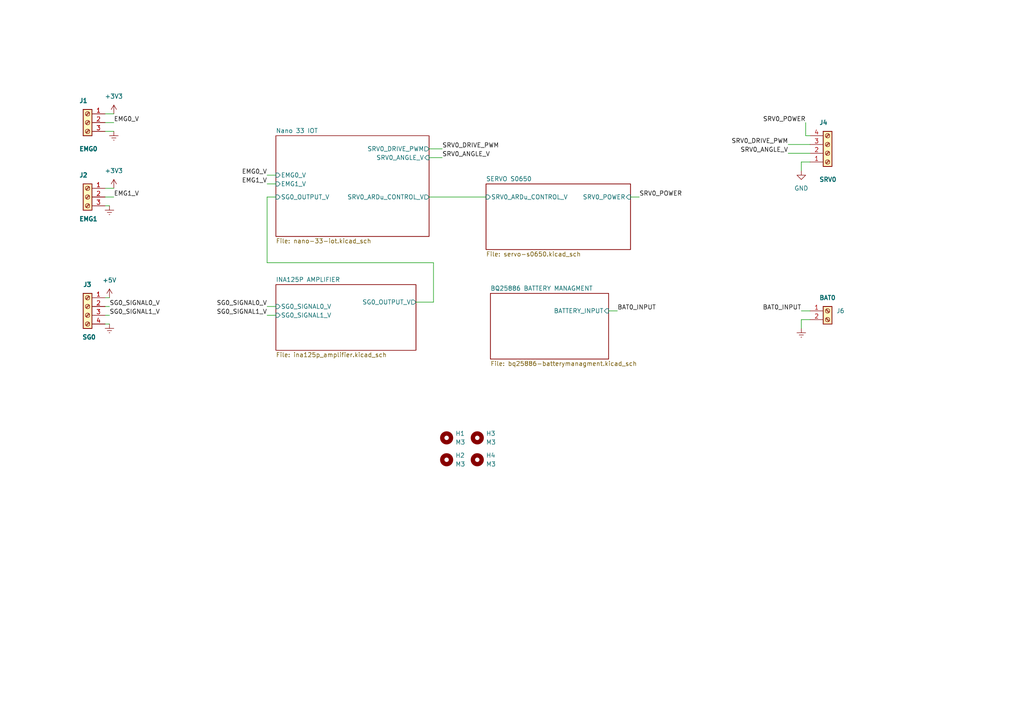
<source format=kicad_sch>
(kicad_sch (version 20211123) (generator eeschema)

  (uuid f336803f-160c-40c2-afff-d0feb47e556e)

  (paper "A4")

  (title_block
    (title "EDUEXO custom PCB")
    (date "2023-03-28")
    (rev "V1")
    (company "CBPR")
    (comment 1 "Mohammed Al-Tashi")
    (comment 2 "<mohammedaltashi770@gmail.com>")
  )

  (lib_symbols
    (symbol "Connector:Screw_Terminal_01x02" (pin_names (offset 1.016) hide) (in_bom yes) (on_board yes)
      (property "Reference" "J" (id 0) (at 0 2.54 0)
        (effects (font (size 1.27 1.27)))
      )
      (property "Value" "Screw_Terminal_01x02" (id 1) (at 0 -5.08 0)
        (effects (font (size 1.27 1.27)))
      )
      (property "Footprint" "" (id 2) (at 0 0 0)
        (effects (font (size 1.27 1.27)) hide)
      )
      (property "Datasheet" "~" (id 3) (at 0 0 0)
        (effects (font (size 1.27 1.27)) hide)
      )
      (property "ki_keywords" "screw terminal" (id 4) (at 0 0 0)
        (effects (font (size 1.27 1.27)) hide)
      )
      (property "ki_description" "Generic screw terminal, single row, 01x02, script generated (kicad-library-utils/schlib/autogen/connector/)" (id 5) (at 0 0 0)
        (effects (font (size 1.27 1.27)) hide)
      )
      (property "ki_fp_filters" "TerminalBlock*:*" (id 6) (at 0 0 0)
        (effects (font (size 1.27 1.27)) hide)
      )
      (symbol "Screw_Terminal_01x02_1_1"
        (rectangle (start -1.27 1.27) (end 1.27 -3.81)
          (stroke (width 0.254) (type default) (color 0 0 0 0))
          (fill (type background))
        )
        (circle (center 0 -2.54) (radius 0.635)
          (stroke (width 0.1524) (type default) (color 0 0 0 0))
          (fill (type none))
        )
        (polyline
          (pts
            (xy -0.5334 -2.2098)
            (xy 0.3302 -3.048)
          )
          (stroke (width 0.1524) (type default) (color 0 0 0 0))
          (fill (type none))
        )
        (polyline
          (pts
            (xy -0.5334 0.3302)
            (xy 0.3302 -0.508)
          )
          (stroke (width 0.1524) (type default) (color 0 0 0 0))
          (fill (type none))
        )
        (polyline
          (pts
            (xy -0.3556 -2.032)
            (xy 0.508 -2.8702)
          )
          (stroke (width 0.1524) (type default) (color 0 0 0 0))
          (fill (type none))
        )
        (polyline
          (pts
            (xy -0.3556 0.508)
            (xy 0.508 -0.3302)
          )
          (stroke (width 0.1524) (type default) (color 0 0 0 0))
          (fill (type none))
        )
        (circle (center 0 0) (radius 0.635)
          (stroke (width 0.1524) (type default) (color 0 0 0 0))
          (fill (type none))
        )
        (pin passive line (at -5.08 0 0) (length 3.81)
          (name "Pin_1" (effects (font (size 1.27 1.27))))
          (number "1" (effects (font (size 1.27 1.27))))
        )
        (pin passive line (at -5.08 -2.54 0) (length 3.81)
          (name "Pin_2" (effects (font (size 1.27 1.27))))
          (number "2" (effects (font (size 1.27 1.27))))
        )
      )
    )
    (symbol "Connector:Screw_Terminal_01x03" (pin_names (offset 1.016) hide) (in_bom yes) (on_board yes)
      (property "Reference" "J" (id 0) (at 0 5.08 0)
        (effects (font (size 1.27 1.27)))
      )
      (property "Value" "Screw_Terminal_01x03" (id 1) (at 0 -5.08 0)
        (effects (font (size 1.27 1.27)))
      )
      (property "Footprint" "" (id 2) (at 0 0 0)
        (effects (font (size 1.27 1.27)) hide)
      )
      (property "Datasheet" "~" (id 3) (at 0 0 0)
        (effects (font (size 1.27 1.27)) hide)
      )
      (property "ki_keywords" "screw terminal" (id 4) (at 0 0 0)
        (effects (font (size 1.27 1.27)) hide)
      )
      (property "ki_description" "Generic screw terminal, single row, 01x03, script generated (kicad-library-utils/schlib/autogen/connector/)" (id 5) (at 0 0 0)
        (effects (font (size 1.27 1.27)) hide)
      )
      (property "ki_fp_filters" "TerminalBlock*:*" (id 6) (at 0 0 0)
        (effects (font (size 1.27 1.27)) hide)
      )
      (symbol "Screw_Terminal_01x03_1_1"
        (rectangle (start -1.27 3.81) (end 1.27 -3.81)
          (stroke (width 0.254) (type default) (color 0 0 0 0))
          (fill (type background))
        )
        (circle (center 0 -2.54) (radius 0.635)
          (stroke (width 0.1524) (type default) (color 0 0 0 0))
          (fill (type none))
        )
        (polyline
          (pts
            (xy -0.5334 -2.2098)
            (xy 0.3302 -3.048)
          )
          (stroke (width 0.1524) (type default) (color 0 0 0 0))
          (fill (type none))
        )
        (polyline
          (pts
            (xy -0.5334 0.3302)
            (xy 0.3302 -0.508)
          )
          (stroke (width 0.1524) (type default) (color 0 0 0 0))
          (fill (type none))
        )
        (polyline
          (pts
            (xy -0.5334 2.8702)
            (xy 0.3302 2.032)
          )
          (stroke (width 0.1524) (type default) (color 0 0 0 0))
          (fill (type none))
        )
        (polyline
          (pts
            (xy -0.3556 -2.032)
            (xy 0.508 -2.8702)
          )
          (stroke (width 0.1524) (type default) (color 0 0 0 0))
          (fill (type none))
        )
        (polyline
          (pts
            (xy -0.3556 0.508)
            (xy 0.508 -0.3302)
          )
          (stroke (width 0.1524) (type default) (color 0 0 0 0))
          (fill (type none))
        )
        (polyline
          (pts
            (xy -0.3556 3.048)
            (xy 0.508 2.2098)
          )
          (stroke (width 0.1524) (type default) (color 0 0 0 0))
          (fill (type none))
        )
        (circle (center 0 0) (radius 0.635)
          (stroke (width 0.1524) (type default) (color 0 0 0 0))
          (fill (type none))
        )
        (circle (center 0 2.54) (radius 0.635)
          (stroke (width 0.1524) (type default) (color 0 0 0 0))
          (fill (type none))
        )
        (pin passive line (at -5.08 2.54 0) (length 3.81)
          (name "Pin_1" (effects (font (size 1.27 1.27))))
          (number "1" (effects (font (size 1.27 1.27))))
        )
        (pin passive line (at -5.08 0 0) (length 3.81)
          (name "Pin_2" (effects (font (size 1.27 1.27))))
          (number "2" (effects (font (size 1.27 1.27))))
        )
        (pin passive line (at -5.08 -2.54 0) (length 3.81)
          (name "Pin_3" (effects (font (size 1.27 1.27))))
          (number "3" (effects (font (size 1.27 1.27))))
        )
      )
    )
    (symbol "Connector:Screw_Terminal_01x04" (pin_names (offset 1.016) hide) (in_bom yes) (on_board yes)
      (property "Reference" "J" (id 0) (at 0 5.08 0)
        (effects (font (size 1.27 1.27)))
      )
      (property "Value" "Screw_Terminal_01x04" (id 1) (at 0 -7.62 0)
        (effects (font (size 1.27 1.27)))
      )
      (property "Footprint" "" (id 2) (at 0 0 0)
        (effects (font (size 1.27 1.27)) hide)
      )
      (property "Datasheet" "~" (id 3) (at 0 0 0)
        (effects (font (size 1.27 1.27)) hide)
      )
      (property "ki_keywords" "screw terminal" (id 4) (at 0 0 0)
        (effects (font (size 1.27 1.27)) hide)
      )
      (property "ki_description" "Generic screw terminal, single row, 01x04, script generated (kicad-library-utils/schlib/autogen/connector/)" (id 5) (at 0 0 0)
        (effects (font (size 1.27 1.27)) hide)
      )
      (property "ki_fp_filters" "TerminalBlock*:*" (id 6) (at 0 0 0)
        (effects (font (size 1.27 1.27)) hide)
      )
      (symbol "Screw_Terminal_01x04_1_1"
        (rectangle (start -1.27 3.81) (end 1.27 -6.35)
          (stroke (width 0.254) (type default) (color 0 0 0 0))
          (fill (type background))
        )
        (circle (center 0 -5.08) (radius 0.635)
          (stroke (width 0.1524) (type default) (color 0 0 0 0))
          (fill (type none))
        )
        (circle (center 0 -2.54) (radius 0.635)
          (stroke (width 0.1524) (type default) (color 0 0 0 0))
          (fill (type none))
        )
        (polyline
          (pts
            (xy -0.5334 -4.7498)
            (xy 0.3302 -5.588)
          )
          (stroke (width 0.1524) (type default) (color 0 0 0 0))
          (fill (type none))
        )
        (polyline
          (pts
            (xy -0.5334 -2.2098)
            (xy 0.3302 -3.048)
          )
          (stroke (width 0.1524) (type default) (color 0 0 0 0))
          (fill (type none))
        )
        (polyline
          (pts
            (xy -0.5334 0.3302)
            (xy 0.3302 -0.508)
          )
          (stroke (width 0.1524) (type default) (color 0 0 0 0))
          (fill (type none))
        )
        (polyline
          (pts
            (xy -0.5334 2.8702)
            (xy 0.3302 2.032)
          )
          (stroke (width 0.1524) (type default) (color 0 0 0 0))
          (fill (type none))
        )
        (polyline
          (pts
            (xy -0.3556 -4.572)
            (xy 0.508 -5.4102)
          )
          (stroke (width 0.1524) (type default) (color 0 0 0 0))
          (fill (type none))
        )
        (polyline
          (pts
            (xy -0.3556 -2.032)
            (xy 0.508 -2.8702)
          )
          (stroke (width 0.1524) (type default) (color 0 0 0 0))
          (fill (type none))
        )
        (polyline
          (pts
            (xy -0.3556 0.508)
            (xy 0.508 -0.3302)
          )
          (stroke (width 0.1524) (type default) (color 0 0 0 0))
          (fill (type none))
        )
        (polyline
          (pts
            (xy -0.3556 3.048)
            (xy 0.508 2.2098)
          )
          (stroke (width 0.1524) (type default) (color 0 0 0 0))
          (fill (type none))
        )
        (circle (center 0 0) (radius 0.635)
          (stroke (width 0.1524) (type default) (color 0 0 0 0))
          (fill (type none))
        )
        (circle (center 0 2.54) (radius 0.635)
          (stroke (width 0.1524) (type default) (color 0 0 0 0))
          (fill (type none))
        )
        (pin passive line (at -5.08 2.54 0) (length 3.81)
          (name "Pin_1" (effects (font (size 1.27 1.27))))
          (number "1" (effects (font (size 1.27 1.27))))
        )
        (pin passive line (at -5.08 0 0) (length 3.81)
          (name "Pin_2" (effects (font (size 1.27 1.27))))
          (number "2" (effects (font (size 1.27 1.27))))
        )
        (pin passive line (at -5.08 -2.54 0) (length 3.81)
          (name "Pin_3" (effects (font (size 1.27 1.27))))
          (number "3" (effects (font (size 1.27 1.27))))
        )
        (pin passive line (at -5.08 -5.08 0) (length 3.81)
          (name "Pin_4" (effects (font (size 1.27 1.27))))
          (number "4" (effects (font (size 1.27 1.27))))
        )
      )
    )
    (symbol "Mechanical:MountingHole" (pin_names (offset 1.016)) (in_bom yes) (on_board yes)
      (property "Reference" "H" (id 0) (at 0 5.08 0)
        (effects (font (size 1.27 1.27)))
      )
      (property "Value" "MountingHole" (id 1) (at 0 3.175 0)
        (effects (font (size 1.27 1.27)))
      )
      (property "Footprint" "" (id 2) (at 0 0 0)
        (effects (font (size 1.27 1.27)) hide)
      )
      (property "Datasheet" "~" (id 3) (at 0 0 0)
        (effects (font (size 1.27 1.27)) hide)
      )
      (property "ki_keywords" "mounting hole" (id 4) (at 0 0 0)
        (effects (font (size 1.27 1.27)) hide)
      )
      (property "ki_description" "Mounting Hole without connection" (id 5) (at 0 0 0)
        (effects (font (size 1.27 1.27)) hide)
      )
      (property "ki_fp_filters" "MountingHole*" (id 6) (at 0 0 0)
        (effects (font (size 1.27 1.27)) hide)
      )
      (symbol "MountingHole_0_1"
        (circle (center 0 0) (radius 1.27)
          (stroke (width 1.27) (type default) (color 0 0 0 0))
          (fill (type none))
        )
      )
    )
    (symbol "power:+3V3" (power) (pin_names (offset 0)) (in_bom yes) (on_board yes)
      (property "Reference" "#PWR" (id 0) (at 0 -3.81 0)
        (effects (font (size 1.27 1.27)) hide)
      )
      (property "Value" "+3V3" (id 1) (at 0 3.556 0)
        (effects (font (size 1.27 1.27)))
      )
      (property "Footprint" "" (id 2) (at 0 0 0)
        (effects (font (size 1.27 1.27)) hide)
      )
      (property "Datasheet" "" (id 3) (at 0 0 0)
        (effects (font (size 1.27 1.27)) hide)
      )
      (property "ki_keywords" "power-flag" (id 4) (at 0 0 0)
        (effects (font (size 1.27 1.27)) hide)
      )
      (property "ki_description" "Power symbol creates a global label with name \"+3V3\"" (id 5) (at 0 0 0)
        (effects (font (size 1.27 1.27)) hide)
      )
      (symbol "+3V3_0_1"
        (polyline
          (pts
            (xy -0.762 1.27)
            (xy 0 2.54)
          )
          (stroke (width 0) (type default) (color 0 0 0 0))
          (fill (type none))
        )
        (polyline
          (pts
            (xy 0 0)
            (xy 0 2.54)
          )
          (stroke (width 0) (type default) (color 0 0 0 0))
          (fill (type none))
        )
        (polyline
          (pts
            (xy 0 2.54)
            (xy 0.762 1.27)
          )
          (stroke (width 0) (type default) (color 0 0 0 0))
          (fill (type none))
        )
      )
      (symbol "+3V3_1_1"
        (pin power_in line (at 0 0 90) (length 0) hide
          (name "+3V3" (effects (font (size 1.27 1.27))))
          (number "1" (effects (font (size 1.27 1.27))))
        )
      )
    )
    (symbol "power:+5V" (power) (pin_names (offset 0)) (in_bom yes) (on_board yes)
      (property "Reference" "#PWR" (id 0) (at 0 -3.81 0)
        (effects (font (size 1.27 1.27)) hide)
      )
      (property "Value" "+5V" (id 1) (at 0 3.556 0)
        (effects (font (size 1.27 1.27)))
      )
      (property "Footprint" "" (id 2) (at 0 0 0)
        (effects (font (size 1.27 1.27)) hide)
      )
      (property "Datasheet" "" (id 3) (at 0 0 0)
        (effects (font (size 1.27 1.27)) hide)
      )
      (property "ki_keywords" "power-flag" (id 4) (at 0 0 0)
        (effects (font (size 1.27 1.27)) hide)
      )
      (property "ki_description" "Power symbol creates a global label with name \"+5V\"" (id 5) (at 0 0 0)
        (effects (font (size 1.27 1.27)) hide)
      )
      (symbol "+5V_0_1"
        (polyline
          (pts
            (xy -0.762 1.27)
            (xy 0 2.54)
          )
          (stroke (width 0) (type default) (color 0 0 0 0))
          (fill (type none))
        )
        (polyline
          (pts
            (xy 0 0)
            (xy 0 2.54)
          )
          (stroke (width 0) (type default) (color 0 0 0 0))
          (fill (type none))
        )
        (polyline
          (pts
            (xy 0 2.54)
            (xy 0.762 1.27)
          )
          (stroke (width 0) (type default) (color 0 0 0 0))
          (fill (type none))
        )
      )
      (symbol "+5V_1_1"
        (pin power_in line (at 0 0 90) (length 0) hide
          (name "+5V" (effects (font (size 1.27 1.27))))
          (number "1" (effects (font (size 1.27 1.27))))
        )
      )
    )
    (symbol "power:Earth" (power) (pin_names (offset 0)) (in_bom yes) (on_board yes)
      (property "Reference" "#PWR" (id 0) (at 0 -6.35 0)
        (effects (font (size 1.27 1.27)) hide)
      )
      (property "Value" "Earth" (id 1) (at 0 -3.81 0)
        (effects (font (size 1.27 1.27)) hide)
      )
      (property "Footprint" "" (id 2) (at 0 0 0)
        (effects (font (size 1.27 1.27)) hide)
      )
      (property "Datasheet" "~" (id 3) (at 0 0 0)
        (effects (font (size 1.27 1.27)) hide)
      )
      (property "ki_keywords" "power-flag ground gnd" (id 4) (at 0 0 0)
        (effects (font (size 1.27 1.27)) hide)
      )
      (property "ki_description" "Power symbol creates a global label with name \"Earth\"" (id 5) (at 0 0 0)
        (effects (font (size 1.27 1.27)) hide)
      )
      (symbol "Earth_0_1"
        (polyline
          (pts
            (xy -0.635 -1.905)
            (xy 0.635 -1.905)
          )
          (stroke (width 0) (type default) (color 0 0 0 0))
          (fill (type none))
        )
        (polyline
          (pts
            (xy -0.127 -2.54)
            (xy 0.127 -2.54)
          )
          (stroke (width 0) (type default) (color 0 0 0 0))
          (fill (type none))
        )
        (polyline
          (pts
            (xy 0 -1.27)
            (xy 0 0)
          )
          (stroke (width 0) (type default) (color 0 0 0 0))
          (fill (type none))
        )
        (polyline
          (pts
            (xy 1.27 -1.27)
            (xy -1.27 -1.27)
          )
          (stroke (width 0) (type default) (color 0 0 0 0))
          (fill (type none))
        )
      )
      (symbol "Earth_1_1"
        (pin power_in line (at 0 0 270) (length 0) hide
          (name "Earth" (effects (font (size 1.27 1.27))))
          (number "1" (effects (font (size 1.27 1.27))))
        )
      )
    )
    (symbol "power:GND" (power) (pin_names (offset 0)) (in_bom yes) (on_board yes)
      (property "Reference" "#PWR" (id 0) (at 0 -6.35 0)
        (effects (font (size 1.27 1.27)) hide)
      )
      (property "Value" "GND" (id 1) (at 0 -3.81 0)
        (effects (font (size 1.27 1.27)))
      )
      (property "Footprint" "" (id 2) (at 0 0 0)
        (effects (font (size 1.27 1.27)) hide)
      )
      (property "Datasheet" "" (id 3) (at 0 0 0)
        (effects (font (size 1.27 1.27)) hide)
      )
      (property "ki_keywords" "power-flag" (id 4) (at 0 0 0)
        (effects (font (size 1.27 1.27)) hide)
      )
      (property "ki_description" "Power symbol creates a global label with name \"GND\" , ground" (id 5) (at 0 0 0)
        (effects (font (size 1.27 1.27)) hide)
      )
      (symbol "GND_0_1"
        (polyline
          (pts
            (xy 0 0)
            (xy 0 -1.27)
            (xy 1.27 -1.27)
            (xy 0 -2.54)
            (xy -1.27 -1.27)
            (xy 0 -1.27)
          )
          (stroke (width 0) (type default) (color 0 0 0 0))
          (fill (type none))
        )
      )
      (symbol "GND_1_1"
        (pin power_in line (at 0 0 270) (length 0) hide
          (name "GND" (effects (font (size 1.27 1.27))))
          (number "1" (effects (font (size 1.27 1.27))))
        )
      )
    )
  )


  (wire (pts (xy 31.75 93.98) (xy 30.48 93.98))
    (stroke (width 0) (type default) (color 0 0 0 0))
    (uuid 07d599d4-9d27-4578-a14e-52fe6503a2a6)
  )
  (wire (pts (xy 30.48 59.69) (xy 31.75 59.69))
    (stroke (width 0) (type default) (color 0 0 0 0))
    (uuid 0ddda2bb-53d2-4006-95a1-db9335c5d4af)
  )
  (wire (pts (xy 228.6 41.91) (xy 234.95 41.91))
    (stroke (width 0) (type default) (color 0 0 0 0))
    (uuid 13722d9d-61db-4efd-b44b-aa150065f2e6)
  )
  (wire (pts (xy 124.46 45.72) (xy 128.27 45.72))
    (stroke (width 0) (type default) (color 0 0 0 0))
    (uuid 2084cda2-70fc-4513-a123-6c02374158b4)
  )
  (wire (pts (xy 232.41 92.71) (xy 232.41 95.25))
    (stroke (width 0) (type default) (color 0 0 0 0))
    (uuid 37a6f10f-4c5e-4e28-909b-b16b641bb7ed)
  )
  (wire (pts (xy 233.68 39.37) (xy 234.95 39.37))
    (stroke (width 0) (type default) (color 0 0 0 0))
    (uuid 427f4174-a386-4c07-955c-1c370857a0b1)
  )
  (wire (pts (xy 77.47 76.2) (xy 125.73 76.2))
    (stroke (width 0) (type default) (color 0 0 0 0))
    (uuid 4f84dda7-c5bf-4b60-8a92-b1e22778d258)
  )
  (wire (pts (xy 77.47 50.8) (xy 80.01 50.8))
    (stroke (width 0) (type default) (color 0 0 0 0))
    (uuid 4fba0ba4-c71b-4a5e-94d9-37320ad6511c)
  )
  (wire (pts (xy 124.46 57.15) (xy 140.97 57.15))
    (stroke (width 0) (type default) (color 0 0 0 0))
    (uuid 571a026e-c248-4267-8010-038b74bf6584)
  )
  (wire (pts (xy 31.75 88.9) (xy 30.48 88.9))
    (stroke (width 0) (type default) (color 0 0 0 0))
    (uuid 693e29b2-95c0-4514-9725-cf9a40c3201c)
  )
  (wire (pts (xy 232.41 49.53) (xy 232.41 46.99))
    (stroke (width 0) (type default) (color 0 0 0 0))
    (uuid 755f9bdc-613d-41c8-88f3-15913ea7dbaa)
  )
  (wire (pts (xy 77.47 53.34) (xy 80.01 53.34))
    (stroke (width 0) (type default) (color 0 0 0 0))
    (uuid 7aa6e0ce-a30a-44b4-8b88-9a659a581176)
  )
  (wire (pts (xy 233.68 35.56) (xy 233.68 39.37))
    (stroke (width 0) (type default) (color 0 0 0 0))
    (uuid 80f8bb2e-5827-4b47-a6b8-3a44c7d28910)
  )
  (wire (pts (xy 234.95 92.71) (xy 232.41 92.71))
    (stroke (width 0) (type default) (color 0 0 0 0))
    (uuid 874b7fe7-576f-4688-b6a2-2758e357f96f)
  )
  (wire (pts (xy 182.88 57.15) (xy 185.42 57.15))
    (stroke (width 0) (type default) (color 0 0 0 0))
    (uuid 92e4d2ec-46e9-473a-bd64-b23d862c0711)
  )
  (wire (pts (xy 77.47 57.15) (xy 77.47 76.2))
    (stroke (width 0) (type default) (color 0 0 0 0))
    (uuid 9a1817ad-97a4-487e-bd7c-f349728c8a89)
  )
  (wire (pts (xy 228.6 44.45) (xy 234.95 44.45))
    (stroke (width 0) (type default) (color 0 0 0 0))
    (uuid 9a8f499d-8df6-4838-ae0a-68aa30b94de0)
  )
  (wire (pts (xy 80.01 57.15) (xy 77.47 57.15))
    (stroke (width 0) (type default) (color 0 0 0 0))
    (uuid 9d06fd22-23ee-4c89-91c1-3568a446e682)
  )
  (wire (pts (xy 124.46 43.18) (xy 128.27 43.18))
    (stroke (width 0) (type default) (color 0 0 0 0))
    (uuid a090b033-c25b-42bc-a7ab-5b4e521b74f0)
  )
  (wire (pts (xy 125.73 76.2) (xy 125.73 87.63))
    (stroke (width 0) (type default) (color 0 0 0 0))
    (uuid a5010e09-ca56-4546-b6c2-7b606e3f0ba7)
  )
  (wire (pts (xy 31.75 86.36) (xy 30.48 86.36))
    (stroke (width 0) (type default) (color 0 0 0 0))
    (uuid aa220e5f-4494-45da-abf4-191bcc876030)
  )
  (wire (pts (xy 33.02 57.15) (xy 30.48 57.15))
    (stroke (width 0) (type default) (color 0 0 0 0))
    (uuid ac2d8c58-ef4a-441f-a74d-fbb34d73b936)
  )
  (wire (pts (xy 77.47 88.9) (xy 80.01 88.9))
    (stroke (width 0) (type default) (color 0 0 0 0))
    (uuid afd7c1c7-dc14-44cc-ab13-c410c4e62606)
  )
  (wire (pts (xy 31.75 91.44) (xy 30.48 91.44))
    (stroke (width 0) (type default) (color 0 0 0 0))
    (uuid b0c2bba4-5010-4ac4-98ab-7903ea7c54f3)
  )
  (wire (pts (xy 33.02 38.1) (xy 30.48 38.1))
    (stroke (width 0) (type default) (color 0 0 0 0))
    (uuid b676aa5d-a816-4f6f-b4aa-e390cc7ae0f2)
  )
  (wire (pts (xy 33.02 35.56) (xy 30.48 35.56))
    (stroke (width 0) (type default) (color 0 0 0 0))
    (uuid b728abf0-2a1f-4f16-9287-c97fc60dd0a0)
  )
  (wire (pts (xy 232.41 90.17) (xy 234.95 90.17))
    (stroke (width 0) (type default) (color 0 0 0 0))
    (uuid b92fd1c0-40d4-4f6e-ae2a-d2c725f48664)
  )
  (wire (pts (xy 176.53 90.17) (xy 179.07 90.17))
    (stroke (width 0) (type default) (color 0 0 0 0))
    (uuid cbc12b50-28df-41ec-8528-81f0d66b3cee)
  )
  (wire (pts (xy 30.48 33.02) (xy 33.02 33.02))
    (stroke (width 0) (type default) (color 0 0 0 0))
    (uuid cc0aaee5-9b40-4358-ae73-cef4c209b49b)
  )
  (wire (pts (xy 125.73 87.63) (xy 120.65 87.63))
    (stroke (width 0) (type default) (color 0 0 0 0))
    (uuid da50a3c3-6cfe-4441-9bd7-e97e0eddbf7d)
  )
  (wire (pts (xy 77.47 91.44) (xy 80.01 91.44))
    (stroke (width 0) (type default) (color 0 0 0 0))
    (uuid e71ef68a-4d85-4bda-b328-0d314a5040a0)
  )
  (wire (pts (xy 232.41 46.99) (xy 234.95 46.99))
    (stroke (width 0) (type default) (color 0 0 0 0))
    (uuid efb4273a-122e-4a7e-aca1-ddf10a7795f5)
  )
  (wire (pts (xy 33.02 54.61) (xy 30.48 54.61))
    (stroke (width 0) (type default) (color 0 0 0 0))
    (uuid f3e10ddb-2288-41a9-b0ab-cf0382610551)
  )

  (label "SG0_SIGNAL0_V" (at 77.47 88.9 180)
    (effects (font (size 1.27 1.27)) (justify right bottom))
    (uuid 0e44c587-9213-4130-9e7b-a85b1527d34f)
  )
  (label "EMG1_V" (at 33.02 57.15 0)
    (effects (font (size 1.27 1.27)) (justify left bottom))
    (uuid 10075631-974d-4551-a459-6dcb85b6ba28)
  )
  (label "SRV0_POWER" (at 185.42 57.15 0)
    (effects (font (size 1.27 1.27)) (justify left bottom))
    (uuid 3e726f41-5e55-49d6-b206-b20d36e29574)
  )
  (label "EMG1_V" (at 77.47 53.34 180)
    (effects (font (size 1.27 1.27)) (justify right bottom))
    (uuid 4f061796-e0e3-45f9-bc4a-a105cb7817bf)
  )
  (label "SG0_SIGNAL1_V" (at 31.75 91.44 0)
    (effects (font (size 1.27 1.27)) (justify left bottom))
    (uuid 68976dd9-d3ac-4c16-8ebe-a6934cfb23f7)
  )
  (label "SG0_SIGNAL0_V" (at 31.75 88.9 0)
    (effects (font (size 1.27 1.27)) (justify left bottom))
    (uuid 72a70563-c330-4931-b7fb-9fbb6885085d)
  )
  (label "SG0_SIGNAL1_V" (at 77.47 91.44 180)
    (effects (font (size 1.27 1.27)) (justify right bottom))
    (uuid 9c74842b-f468-4522-8279-7fb12d3728e6)
  )
  (label "EMG0_V" (at 33.02 35.56 0)
    (effects (font (size 1.27 1.27)) (justify left bottom))
    (uuid ad695d2b-2e7d-4cdb-b5ac-9ba8d8f76f52)
  )
  (label "BAT0_INPUT" (at 179.07 90.17 0)
    (effects (font (size 1.27 1.27)) (justify left bottom))
    (uuid c4fd818f-4f87-463c-a383-50032d5f4521)
  )
  (label "EMG0_V" (at 77.47 50.8 180)
    (effects (font (size 1.27 1.27)) (justify right bottom))
    (uuid c625535e-348f-46b7-9837-f4d949b874f9)
  )
  (label "SRV0_DRIVE_PWM" (at 128.27 43.18 0)
    (effects (font (size 1.27 1.27)) (justify left bottom))
    (uuid c6a2b494-e437-4588-a014-15063ad645fd)
  )
  (label "SRV0_ANGLE_V" (at 228.6 44.45 180)
    (effects (font (size 1.27 1.27)) (justify right bottom))
    (uuid d239cb3b-0f4e-40fe-8d75-30e73f13c4e1)
  )
  (label "SRV0_DRIVE_PWM" (at 228.6 41.91 180)
    (effects (font (size 1.27 1.27)) (justify right bottom))
    (uuid dbae16e5-cc5b-4806-b5f6-9bf68449eb84)
  )
  (label "SRV0_ANGLE_V" (at 128.27 45.72 0)
    (effects (font (size 1.27 1.27)) (justify left bottom))
    (uuid e80a9b87-d69d-4fed-9abd-6525e656a5d0)
  )
  (label "BAT0_INPUT" (at 232.41 90.17 180)
    (effects (font (size 1.27 1.27)) (justify right bottom))
    (uuid eaa6964d-e833-40cc-a709-3e0a70b5d8a6)
  )
  (label "SRV0_POWER" (at 233.68 35.56 180)
    (effects (font (size 1.27 1.27)) (justify right bottom))
    (uuid f256851a-a930-4b71-a461-0f4444f9219d)
  )

  (symbol (lib_id "Connector:Screw_Terminal_01x03") (at 25.4 57.15 0) (mirror y) (unit 1)
    (in_bom yes) (on_board yes)
    (uuid 2ea8357a-c9de-449a-8860-96d767ac1434)
    (property "Reference" "J2" (id 0) (at 22.86 50.8 0)
      (effects (font (size 1.27 1.27) bold) (justify right))
    )
    (property "Value" "EMG1" (id 1) (at 22.86 63.5 0)
      (effects (font (size 1.27 1.27) bold) (justify right))
    )
    (property "Footprint" "EDUEXO-custom-PCB:TE_1-2834011-3" (id 2) (at 25.4 57.15 0)
      (effects (font (size 1.27 1.27)) hide)
    )
    (property "Datasheet" "https://www.te.com/commerce/DocumentDelivery/DDEController?Action=srchrtrv&DocNm=1-1773872-7_ModularScrewlessTerminalBloc&DocType=DS&DocLang=English" (id 3) (at 25.4 57.15 0)
      (effects (font (size 1.27 1.27)) hide)
    )
    (property "MPN" "1-2834011-3" (id 4) (at 25.4 57.15 0)
      (effects (font (size 1.27 1.27)) hide)
    )
    (pin "1" (uuid 4966706e-404f-4723-9833-1ec21197b47f))
    (pin "2" (uuid 2b11cb39-9f32-4b40-952c-4067d0685a4b))
    (pin "3" (uuid 09a8cabd-49b1-4a24-994a-6bfc6ee60439))
  )

  (symbol (lib_id "Mechanical:MountingHole") (at 129.54 133.35 0) (unit 1)
    (in_bom yes) (on_board yes) (fields_autoplaced)
    (uuid 314622a7-fbf2-41fe-8f89-e1ce59e719a3)
    (property "Reference" "H2" (id 0) (at 132.08 132.0799 0)
      (effects (font (size 1.27 1.27)) (justify left))
    )
    (property "Value" "M3" (id 1) (at 132.08 134.6199 0)
      (effects (font (size 1.27 1.27)) (justify left))
    )
    (property "Footprint" "MountingHole:MountingHole_3.2mm_M3" (id 2) (at 129.54 133.35 0)
      (effects (font (size 1.27 1.27)) hide)
    )
    (property "Datasheet" "~" (id 3) (at 129.54 133.35 0)
      (effects (font (size 1.27 1.27)) hide)
    )
  )

  (symbol (lib_id "power:+3V3") (at 33.02 54.61 0) (mirror y) (unit 1)
    (in_bom yes) (on_board yes) (fields_autoplaced)
    (uuid 3beca1b8-dc71-413f-b17d-b96c4b5eb48b)
    (property "Reference" "#PWR0105" (id 0) (at 33.02 58.42 0)
      (effects (font (size 1.27 1.27)) hide)
    )
    (property "Value" "+3V3" (id 1) (at 33.02 49.53 0))
    (property "Footprint" "" (id 2) (at 33.02 54.61 0)
      (effects (font (size 1.27 1.27)) hide)
    )
    (property "Datasheet" "" (id 3) (at 33.02 54.61 0)
      (effects (font (size 1.27 1.27)) hide)
    )
    (pin "1" (uuid ba5ddc43-5a58-449a-82be-8624c8730be8))
  )

  (symbol (lib_id "power:Earth") (at 33.02 38.1 0) (mirror y) (unit 1)
    (in_bom yes) (on_board yes) (fields_autoplaced)
    (uuid 48255b3c-a518-460e-9b4b-6c43fb580010)
    (property "Reference" "#PWR0106" (id 0) (at 33.02 44.45 0)
      (effects (font (size 1.27 1.27)) hide)
    )
    (property "Value" "Earth" (id 1) (at 33.02 41.91 0)
      (effects (font (size 1.27 1.27)) hide)
    )
    (property "Footprint" "" (id 2) (at 33.02 38.1 0)
      (effects (font (size 1.27 1.27)) hide)
    )
    (property "Datasheet" "~" (id 3) (at 33.02 38.1 0)
      (effects (font (size 1.27 1.27)) hide)
    )
    (pin "1" (uuid 9ccf37eb-edcd-42a0-95e5-cf5ec3ea1d58))
  )

  (symbol (lib_id "power:Earth") (at 31.75 93.98 0) (mirror y) (unit 1)
    (in_bom yes) (on_board yes) (fields_autoplaced)
    (uuid 6e924547-cb93-4fa8-adf1-9f442920e51d)
    (property "Reference" "#PWR0108" (id 0) (at 31.75 100.33 0)
      (effects (font (size 1.27 1.27)) hide)
    )
    (property "Value" "Earth" (id 1) (at 31.75 97.79 0)
      (effects (font (size 1.27 1.27)) hide)
    )
    (property "Footprint" "" (id 2) (at 31.75 93.98 0)
      (effects (font (size 1.27 1.27)) hide)
    )
    (property "Datasheet" "~" (id 3) (at 31.75 93.98 0)
      (effects (font (size 1.27 1.27)) hide)
    )
    (pin "1" (uuid 07a8bf32-a561-4cc9-af47-1aa665dd2c51))
  )

  (symbol (lib_id "Mechanical:MountingHole") (at 138.43 133.35 0) (unit 1)
    (in_bom yes) (on_board yes) (fields_autoplaced)
    (uuid 6e980ce8-6bce-4d8b-99ea-7cfd55ef65d1)
    (property "Reference" "H4" (id 0) (at 140.97 132.0799 0)
      (effects (font (size 1.27 1.27)) (justify left))
    )
    (property "Value" "M3" (id 1) (at 140.97 134.6199 0)
      (effects (font (size 1.27 1.27)) (justify left))
    )
    (property "Footprint" "MountingHole:MountingHole_3.2mm_M3" (id 2) (at 138.43 133.35 0)
      (effects (font (size 1.27 1.27)) hide)
    )
    (property "Datasheet" "~" (id 3) (at 138.43 133.35 0)
      (effects (font (size 1.27 1.27)) hide)
    )
  )

  (symbol (lib_id "power:+3V3") (at 33.02 33.02 0) (mirror y) (unit 1)
    (in_bom yes) (on_board yes) (fields_autoplaced)
    (uuid 6f6878cb-89b0-49ae-a060-0e04367b4578)
    (property "Reference" "#PWR0107" (id 0) (at 33.02 36.83 0)
      (effects (font (size 1.27 1.27)) hide)
    )
    (property "Value" "+3V3" (id 1) (at 33.02 27.94 0))
    (property "Footprint" "" (id 2) (at 33.02 33.02 0)
      (effects (font (size 1.27 1.27)) hide)
    )
    (property "Datasheet" "" (id 3) (at 33.02 33.02 0)
      (effects (font (size 1.27 1.27)) hide)
    )
    (pin "1" (uuid de8c3adc-da45-41f9-95ef-9a052a74ac92))
  )

  (symbol (lib_id "Connector:Screw_Terminal_01x03") (at 25.4 35.56 0) (mirror y) (unit 1)
    (in_bom yes) (on_board yes)
    (uuid 761fc7da-594d-4687-a533-5016565a9e04)
    (property "Reference" "J1" (id 0) (at 22.86 29.21 0)
      (effects (font (size 1.27 1.27) bold) (justify right))
    )
    (property "Value" "EMG0" (id 1) (at 22.86 43.18 0)
      (effects (font (size 1.27 1.27) bold) (justify right))
    )
    (property "Footprint" "EDUEXO-custom-PCB:TE_1-2834011-3" (id 2) (at 25.4 35.56 0)
      (effects (font (size 1.27 1.27)) hide)
    )
    (property "Datasheet" "https://www.te.com/commerce/DocumentDelivery/DDEController?Action=srchrtrv&DocNm=1-1773872-7_ModularScrewlessTerminalBloc&DocType=DS&DocLang=English" (id 3) (at 25.4 35.56 0)
      (effects (font (size 1.27 1.27)) hide)
    )
    (property "MPN" "1-2834011-3" (id 4) (at 25.4 35.56 0)
      (effects (font (size 1.27 1.27)) hide)
    )
    (pin "1" (uuid 9b4d947d-37e4-439a-9cda-236c0d0a2c16))
    (pin "2" (uuid ba1aaacc-8c64-48c6-a6d8-1e84a784365d))
    (pin "3" (uuid 8f348e75-ef44-4453-907f-71f93562d773))
  )

  (symbol (lib_id "Mechanical:MountingHole") (at 138.43 127 0) (unit 1)
    (in_bom yes) (on_board yes) (fields_autoplaced)
    (uuid 7d2cf4cf-6dc4-49e3-85b7-7f16daeac635)
    (property "Reference" "H3" (id 0) (at 140.97 125.7299 0)
      (effects (font (size 1.27 1.27)) (justify left))
    )
    (property "Value" "M3" (id 1) (at 140.97 128.2699 0)
      (effects (font (size 1.27 1.27)) (justify left))
    )
    (property "Footprint" "MountingHole:MountingHole_3.2mm_M3" (id 2) (at 138.43 127 0)
      (effects (font (size 1.27 1.27)) hide)
    )
    (property "Datasheet" "~" (id 3) (at 138.43 127 0)
      (effects (font (size 1.27 1.27)) hide)
    )
  )

  (symbol (lib_id "power:Earth") (at 31.75 59.69 0) (mirror y) (unit 1)
    (in_bom yes) (on_board yes) (fields_autoplaced)
    (uuid 8ab2f1d0-b26f-481c-96cc-5f04c052de3a)
    (property "Reference" "#PWR0103" (id 0) (at 31.75 66.04 0)
      (effects (font (size 1.27 1.27)) hide)
    )
    (property "Value" "Earth" (id 1) (at 31.75 63.5 0)
      (effects (font (size 1.27 1.27)) hide)
    )
    (property "Footprint" "" (id 2) (at 31.75 59.69 0)
      (effects (font (size 1.27 1.27)) hide)
    )
    (property "Datasheet" "~" (id 3) (at 31.75 59.69 0)
      (effects (font (size 1.27 1.27)) hide)
    )
    (pin "1" (uuid 7223f978-4143-47a1-ab0b-9ee3ad499e50))
  )

  (symbol (lib_id "power:Earth") (at 232.41 95.25 0) (unit 1)
    (in_bom yes) (on_board yes) (fields_autoplaced)
    (uuid a42f873b-9e99-4cfe-9846-28dec0a509ca)
    (property "Reference" "#PWR0117" (id 0) (at 232.41 101.6 0)
      (effects (font (size 1.27 1.27)) hide)
    )
    (property "Value" "Earth" (id 1) (at 232.41 99.06 0)
      (effects (font (size 1.27 1.27)) hide)
    )
    (property "Footprint" "" (id 2) (at 232.41 95.25 0)
      (effects (font (size 1.27 1.27)) hide)
    )
    (property "Datasheet" "~" (id 3) (at 232.41 95.25 0)
      (effects (font (size 1.27 1.27)) hide)
    )
    (pin "1" (uuid e4c32aaf-0714-4dcc-b268-4b4c7bdcd74a))
  )

  (symbol (lib_id "Connector:Screw_Terminal_01x04") (at 240.03 44.45 0) (mirror x) (unit 1)
    (in_bom yes) (on_board yes)
    (uuid add2ffd5-43f5-4b14-934d-a6dce1a29128)
    (property "Reference" "J4" (id 0) (at 237.49 35.56 0)
      (effects (font (size 1.27 1.27) bold) (justify left))
    )
    (property "Value" "SRV0" (id 1) (at 237.49 52.07 0)
      (effects (font (size 1.27 1.27) bold) (justify left))
    )
    (property "Footprint" "EDUEXO-custom-PCB:TE_1-2834011-4" (id 2) (at 240.03 44.45 0)
      (effects (font (size 1.27 1.27)) hide)
    )
    (property "Datasheet" "https://www.te.com/commerce/DocumentDelivery/DDEController?Action=srchrtrv&DocNm=2834011&DocType=Customer+Drawing&DocLang=English" (id 3) (at 240.03 44.45 0)
      (effects (font (size 1.27 1.27)) hide)
    )
    (property "MPN" "1-2834011-4" (id 4) (at 240.03 44.45 0)
      (effects (font (size 1.27 1.27)) hide)
    )
    (pin "1" (uuid 3a454d89-a7fa-49c7-a109-67811b3a4b7e))
    (pin "2" (uuid eb568403-706a-4957-bcb9-a85cc14a7389))
    (pin "3" (uuid a20dfebc-4531-4d5d-9b3a-c920f6dec9e1))
    (pin "4" (uuid c3a0cb48-cdaf-4f5b-8c4e-c51e5ade2a6a))
  )

  (symbol (lib_id "Connector:Screw_Terminal_01x02") (at 240.03 90.17 0) (unit 1)
    (in_bom yes) (on_board yes)
    (uuid bac9d122-1d63-4eae-8919-c755e609c2a9)
    (property "Reference" "J6" (id 0) (at 242.57 90.1699 0)
      (effects (font (size 1.27 1.27)) (justify left))
    )
    (property "Value" "BAT0" (id 1) (at 237.49 86.36 0)
      (effects (font (size 1.27 1.27) bold) (justify left))
    )
    (property "Footprint" "EDUEXO-custom-PCB:TE_1-2834011-2" (id 2) (at 240.03 90.17 0)
      (effects (font (size 1.27 1.27)) hide)
    )
    (property "Datasheet" "https://www.te.com/commerce/DocumentDelivery/DDEController?Action=srchrtrv&DocNm=2834011&DocType=Customer+Drawing&DocLang=English" (id 3) (at 240.03 90.17 0)
      (effects (font (size 1.27 1.27)) hide)
    )
    (property "MPN" "1-2834011-2" (id 4) (at 240.03 90.17 0)
      (effects (font (size 1.27 1.27)) hide)
    )
    (pin "1" (uuid 92a47e0a-ff6f-4da6-90f2-170e079bfa45))
    (pin "2" (uuid 14becfd2-df62-4216-8591-f9aaf7dbd691))
  )

  (symbol (lib_id "Mechanical:MountingHole") (at 129.54 127 0) (unit 1)
    (in_bom yes) (on_board yes) (fields_autoplaced)
    (uuid da135e29-3ea1-40c4-b51f-701a88ad6b8d)
    (property "Reference" "H1" (id 0) (at 132.08 125.7299 0)
      (effects (font (size 1.27 1.27)) (justify left))
    )
    (property "Value" "M3" (id 1) (at 132.08 128.2699 0)
      (effects (font (size 1.27 1.27)) (justify left))
    )
    (property "Footprint" "MountingHole:MountingHole_3.2mm_M3" (id 2) (at 129.54 127 0)
      (effects (font (size 1.27 1.27)) hide)
    )
    (property "Datasheet" "~" (id 3) (at 129.54 127 0)
      (effects (font (size 1.27 1.27)) hide)
    )
  )

  (symbol (lib_id "Connector:Screw_Terminal_01x04") (at 25.4 88.9 0) (mirror y) (unit 1)
    (in_bom yes) (on_board yes)
    (uuid dcf5d081-db37-49c1-82d9-aea51b587f18)
    (property "Reference" "J3" (id 0) (at 26.67 82.55 0)
      (effects (font (size 1.27 1.27) bold) (justify left))
    )
    (property "Value" "SG0" (id 1) (at 27.94 97.79 0)
      (effects (font (size 1.27 1.27) bold) (justify left))
    )
    (property "Footprint" "EDUEXO-custom-PCB:TE_1-2834011-4" (id 2) (at 25.4 88.9 0)
      (effects (font (size 1.27 1.27)) hide)
    )
    (property "Datasheet" "https://www.te.com/commerce/DocumentDelivery/DDEController?Action=srchrtrv&DocNm=1-1773872-7_ModularScrewlessTerminalBloc&DocType=DS&DocLang=English" (id 3) (at 25.4 88.9 0)
      (effects (font (size 1.27 1.27)) hide)
    )
    (property "MPN" "1-2834011-4" (id 4) (at 25.4 88.9 0)
      (effects (font (size 1.27 1.27)) hide)
    )
    (pin "1" (uuid 42b7ae60-0928-47c2-8909-3c379f2477d3))
    (pin "2" (uuid 2ddbd80c-c363-43e0-866c-2cd9ad608fb2))
    (pin "3" (uuid e879076b-2a6f-4693-922f-c81d149191e1))
    (pin "4" (uuid 144575c5-451b-4f34-8364-afe5e64bdfab))
  )

  (symbol (lib_id "power:GND") (at 232.41 49.53 0) (unit 1)
    (in_bom yes) (on_board yes) (fields_autoplaced)
    (uuid ed125d46-f8cf-4a52-b484-48f7b2e476b2)
    (property "Reference" "#PWR0116" (id 0) (at 232.41 55.88 0)
      (effects (font (size 1.27 1.27)) hide)
    )
    (property "Value" "GND" (id 1) (at 232.41 54.61 0))
    (property "Footprint" "" (id 2) (at 232.41 49.53 0)
      (effects (font (size 1.27 1.27)) hide)
    )
    (property "Datasheet" "" (id 3) (at 232.41 49.53 0)
      (effects (font (size 1.27 1.27)) hide)
    )
    (pin "1" (uuid 0474a672-e18c-4d98-bb7b-c2b3a6c65e7a))
  )

  (symbol (lib_id "power:+5V") (at 31.75 86.36 0) (mirror y) (unit 1)
    (in_bom yes) (on_board yes) (fields_autoplaced)
    (uuid f9103f54-b52b-4450-89c5-8c27c7f03b49)
    (property "Reference" "#PWR0101" (id 0) (at 31.75 90.17 0)
      (effects (font (size 1.27 1.27)) hide)
    )
    (property "Value" "+5V" (id 1) (at 31.75 81.28 0))
    (property "Footprint" "" (id 2) (at 31.75 86.36 0)
      (effects (font (size 1.27 1.27)) hide)
    )
    (property "Datasheet" "" (id 3) (at 31.75 86.36 0)
      (effects (font (size 1.27 1.27)) hide)
    )
    (pin "1" (uuid 6af004ee-d308-4a38-9ef7-d604462d38c7))
  )

  (sheet (at 142.24 85.09) (size 34.29 19.05) (fields_autoplaced)
    (stroke (width 0.1524) (type solid) (color 0 0 0 0))
    (fill (color 0 0 0 0.0000))
    (uuid 0839c1cc-3bd8-4fa7-8a2e-6b3a656fa6e7)
    (property "Sheet name" "BQ25886 BATTERY MANAGMENT" (id 0) (at 142.24 84.3784 0)
      (effects (font (size 1.27 1.27)) (justify left bottom))
    )
    (property "Sheet file" "bq25886-batterymanagment.kicad_sch" (id 1) (at 142.24 104.7246 0)
      (effects (font (size 1.27 1.27)) (justify left top))
    )
    (pin "BATTERY_INPUT" input (at 176.53 90.17 0)
      (effects (font (size 1.27 1.27)) (justify right))
      (uuid 17338176-1c1a-43ac-bfc8-920673b9abc0)
    )
  )

  (sheet (at 140.97 53.34) (size 41.91 19.05) (fields_autoplaced)
    (stroke (width 0.1524) (type solid) (color 0 0 0 0))
    (fill (color 0 0 0 0.0000))
    (uuid 4053fc8d-8e15-40a4-82f6-1f82b08e33fc)
    (property "Sheet name" "SERVO S0650" (id 0) (at 140.97 52.6284 0)
      (effects (font (size 1.27 1.27)) (justify left bottom))
    )
    (property "Sheet file" "servo-s0650.kicad_sch" (id 1) (at 140.97 72.9746 0)
      (effects (font (size 1.27 1.27)) (justify left top))
    )
    (pin "SRV0_ARDu_CONTROL_V" input (at 140.97 57.15 180)
      (effects (font (size 1.27 1.27)) (justify left))
      (uuid c6ce7599-59a0-4f50-bf45-63ca48f4eea8)
    )
    (pin "SRV0_POWER" input (at 182.88 57.15 0)
      (effects (font (size 1.27 1.27)) (justify right))
      (uuid bca0c965-722c-4669-81a9-3c48616d989b)
    )
  )

  (sheet (at 80.01 39.37) (size 44.45 29.21) (fields_autoplaced)
    (stroke (width 0.1524) (type solid) (color 0 0 0 0))
    (fill (color 0 0 0 0.0000))
    (uuid 6b8e720e-f5d4-4fba-a336-7804428b269d)
    (property "Sheet name" "Nano 33 IOT " (id 0) (at 80.01 38.6584 0)
      (effects (font (size 1.27 1.27)) (justify left bottom))
    )
    (property "Sheet file" "nano-33-iot.kicad_sch" (id 1) (at 80.01 69.1646 0)
      (effects (font (size 1.27 1.27)) (justify left top))
    )
    (pin "SRV0_ANGLE_V" input (at 124.46 45.72 0)
      (effects (font (size 1.27 1.27)) (justify right))
      (uuid e2b88fa7-aabe-49c6-8298-db5c0c9f3bc1)
    )
    (pin "SG0_OUTPUT_V" input (at 80.01 57.15 180)
      (effects (font (size 1.27 1.27)) (justify left))
      (uuid 7031a8e6-d07a-4e43-913e-2cfc05bebd90)
    )
    (pin "EMG0_V" input (at 80.01 50.8 180)
      (effects (font (size 1.27 1.27)) (justify left))
      (uuid e2ddf6a1-4551-4d70-83f9-5bda5024c067)
    )
    (pin "EMG1_V" input (at 80.01 53.34 180)
      (effects (font (size 1.27 1.27)) (justify left))
      (uuid a698aa66-39b3-4b1a-988d-c821d8acc8ef)
    )
    (pin "SRV0_DRIVE_PWM" output (at 124.46 43.18 0)
      (effects (font (size 1.27 1.27)) (justify right))
      (uuid 9bd172f5-9a67-4842-a03e-f869cd1df436)
    )
    (pin "SRV0_ARDu_CONTROL_V" output (at 124.46 57.15 0)
      (effects (font (size 1.27 1.27)) (justify right))
      (uuid 36aada24-4442-4407-93d6-c3b767a617a6)
    )
  )

  (sheet (at 80.01 82.55) (size 40.64 19.05) (fields_autoplaced)
    (stroke (width 0.1524) (type solid) (color 0 0 0 0))
    (fill (color 0 0 0 0.0000))
    (uuid 8171721f-9882-443a-8712-43ae85c40ad9)
    (property "Sheet name" "INA125P AMPLIFIER" (id 0) (at 80.01 81.8384 0)
      (effects (font (size 1.27 1.27)) (justify left bottom))
    )
    (property "Sheet file" "ina125p_amplifier.kicad_sch" (id 1) (at 80.01 102.1846 0)
      (effects (font (size 1.27 1.27)) (justify left top))
    )
    (pin "SG0_OUTPUT_V" output (at 120.65 87.63 0)
      (effects (font (size 1.27 1.27)) (justify right))
      (uuid c36aa84d-3be7-42c9-abdf-68b7111646f1)
    )
    (pin "SG0_SIGNAL0_V" input (at 80.01 88.9 180)
      (effects (font (size 1.27 1.27)) (justify left))
      (uuid f005ad8c-4c73-41ca-bede-7283ac2c633e)
    )
    (pin "SG0_SIGNAL1_V" input (at 80.01 91.44 180)
      (effects (font (size 1.27 1.27)) (justify left))
      (uuid 4885c674-c6d4-4a3c-b76c-b516d01be5f8)
    )
  )

  (sheet_instances
    (path "/" (page "1"))
    (path "/6b8e720e-f5d4-4fba-a336-7804428b269d" (page "2"))
    (path "/8171721f-9882-443a-8712-43ae85c40ad9" (page "3"))
    (path "/4053fc8d-8e15-40a4-82f6-1f82b08e33fc" (page "6"))
    (path "/0839c1cc-3bd8-4fa7-8a2e-6b3a656fa6e7" (page "6"))
  )

  (symbol_instances
    (path "/6b8e720e-f5d4-4fba-a336-7804428b269d/c885ed70-3d76-4ae7-ac70-e0dc4bb04330"
      (reference "#FLG0101") (unit 1) (value "PWR_FLAG") (footprint "")
    )
    (path "/6b8e720e-f5d4-4fba-a336-7804428b269d/20d4128d-08a5-4c25-82ad-cf965b368dbb"
      (reference "#PWR03") (unit 1) (value "+3.3V") (footprint "")
    )
    (path "/8171721f-9882-443a-8712-43ae85c40ad9/b120d2e6-8516-4d77-97fd-065201c1e000"
      (reference "#PWR04") (unit 1) (value "+5V") (footprint "")
    )
    (path "/8171721f-9882-443a-8712-43ae85c40ad9/c6287d48-1841-4a66-bd9b-a157cfb06e5c"
      (reference "#PWR05") (unit 1) (value "Earth") (footprint "")
    )
    (path "/8171721f-9882-443a-8712-43ae85c40ad9/903fc4a3-a0a9-407d-a038-42af94c1ce11"
      (reference "#PWR06") (unit 1) (value "+3.3V") (footprint "")
    )
    (path "/0839c1cc-3bd8-4fa7-8a2e-6b3a656fa6e7/4b0edc71-c7ba-40d3-9482-91daea9013b5"
      (reference "#PWR016") (unit 1) (value "Earth") (footprint "")
    )
    (path "/f9103f54-b52b-4450-89c5-8c27c7f03b49"
      (reference "#PWR0101") (unit 1) (value "+5V") (footprint "")
    )
    (path "/6b8e720e-f5d4-4fba-a336-7804428b269d/89ad4bc2-1eef-4b2c-ad5c-f17ae35da949"
      (reference "#PWR0102") (unit 1) (value "VDC") (footprint "")
    )
    (path "/8ab2f1d0-b26f-481c-96cc-5f04c052de3a"
      (reference "#PWR0103") (unit 1) (value "Earth") (footprint "")
    )
    (path "/0839c1cc-3bd8-4fa7-8a2e-6b3a656fa6e7/6da1c015-4e5e-43d5-a9d4-ed70fb99969f"
      (reference "#PWR0104") (unit 1) (value "VBUS") (footprint "")
    )
    (path "/3beca1b8-dc71-413f-b17d-b96c4b5eb48b"
      (reference "#PWR0105") (unit 1) (value "+3V3") (footprint "")
    )
    (path "/48255b3c-a518-460e-9b4b-6c43fb580010"
      (reference "#PWR0106") (unit 1) (value "Earth") (footprint "")
    )
    (path "/6f6878cb-89b0-49ae-a060-0e04367b4578"
      (reference "#PWR0107") (unit 1) (value "+3V3") (footprint "")
    )
    (path "/6e924547-cb93-4fa8-adf1-9f442920e51d"
      (reference "#PWR0108") (unit 1) (value "Earth") (footprint "")
    )
    (path "/6b8e720e-f5d4-4fba-a336-7804428b269d/8b48c48e-a260-4b23-8cef-f3f3b8502800"
      (reference "#PWR0109") (unit 1) (value "Earth") (footprint "")
    )
    (path "/6b8e720e-f5d4-4fba-a336-7804428b269d/5d4fd271-af76-4e4a-909c-767e76663123"
      (reference "#PWR0110") (unit 1) (value "Earth") (footprint "")
    )
    (path "/6b8e720e-f5d4-4fba-a336-7804428b269d/6bc7ed36-6e3b-419f-96ec-48fc484989f8"
      (reference "#PWR0111") (unit 1) (value "+3.3V") (footprint "")
    )
    (path "/0839c1cc-3bd8-4fa7-8a2e-6b3a656fa6e7/8ba2378b-bfe0-493c-b329-c9757b45aa47"
      (reference "#PWR0112") (unit 1) (value "VDC") (footprint "")
    )
    (path "/0839c1cc-3bd8-4fa7-8a2e-6b3a656fa6e7/cee73f8c-d377-424a-81d6-d4613c064179"
      (reference "#PWR0113") (unit 1) (value "Earth") (footprint "")
    )
    (path "/0839c1cc-3bd8-4fa7-8a2e-6b3a656fa6e7/8ee741ac-a8d4-4714-98e9-b49fd269165c"
      (reference "#PWR0114") (unit 1) (value "VBUS") (footprint "")
    )
    (path "/0839c1cc-3bd8-4fa7-8a2e-6b3a656fa6e7/37eaeb06-f6e0-4a76-a193-935f2caf9673"
      (reference "#PWR0115") (unit 1) (value "Earth") (footprint "")
    )
    (path "/ed125d46-f8cf-4a52-b484-48f7b2e476b2"
      (reference "#PWR0116") (unit 1) (value "GND") (footprint "")
    )
    (path "/a42f873b-9e99-4cfe-9846-28dec0a509ca"
      (reference "#PWR0117") (unit 1) (value "Earth") (footprint "")
    )
    (path "/4053fc8d-8e15-40a4-82f6-1f82b08e33fc/f2175af5-5e26-4bf5-83b2-af343ec9b963"
      (reference "#PWR0118") (unit 1) (value "VDC") (footprint "")
    )
    (path "/4053fc8d-8e15-40a4-82f6-1f82b08e33fc/55af4ed7-959e-428f-89a8-60daf744f53f"
      (reference "#PWR0119") (unit 1) (value "Earth") (footprint "")
    )
    (path "/6b8e720e-f5d4-4fba-a336-7804428b269d/87049de2-2902-4bda-9f81-890002e78b35"
      (reference "#PWR0120") (unit 1) (value "Earth") (footprint "")
    )
    (path "/8171721f-9882-443a-8712-43ae85c40ad9/f0d48b4d-fb0c-42f4-b6f7-d4968b866d10"
      (reference "#PWR0121") (unit 1) (value "Earth") (footprint "")
    )
    (path "/0839c1cc-3bd8-4fa7-8a2e-6b3a656fa6e7/4a0ac338-dd66-4363-86d0-bb2327b55234"
      (reference "#PWR0122") (unit 1) (value "Earth") (footprint "")
    )
    (path "/6b8e720e-f5d4-4fba-a336-7804428b269d/3aecf264-8e38-4068-ae75-84d491a6884c"
      (reference "#PWR0123") (unit 1) (value "Earth") (footprint "")
    )
    (path "/4053fc8d-8e15-40a4-82f6-1f82b08e33fc/b4f986dc-f360-43c4-b55d-81c12e52a9dd"
      (reference "#PWR0124") (unit 1) (value "Earth") (footprint "")
    )
    (path "/0839c1cc-3bd8-4fa7-8a2e-6b3a656fa6e7/69d80f86-f41d-4371-aa8a-7275dd5a2b41"
      (reference "#PWR0125") (unit 1) (value "Earth") (footprint "")
    )
    (path "/0839c1cc-3bd8-4fa7-8a2e-6b3a656fa6e7/0a5a2aea-b67f-46e6-8a10-05e5b6e53f5c"
      (reference "#PWR0126") (unit 1) (value "Earth") (footprint "")
    )
    (path "/0839c1cc-3bd8-4fa7-8a2e-6b3a656fa6e7/2493d214-31ed-4481-a800-0fe2e1e7aefa"
      (reference "#PWR0127") (unit 1) (value "Earth") (footprint "")
    )
    (path "/0839c1cc-3bd8-4fa7-8a2e-6b3a656fa6e7/9793927b-87e5-424a-8599-2e5850221b24"
      (reference "#PWR0128") (unit 1) (value "Earth") (footprint "")
    )
    (path "/0839c1cc-3bd8-4fa7-8a2e-6b3a656fa6e7/f51064e7-2cb1-40c6-8665-6096d490ce81"
      (reference "#PWR0129") (unit 1) (value "Earth") (footprint "")
    )
    (path "/0839c1cc-3bd8-4fa7-8a2e-6b3a656fa6e7/23f3db8b-6e1f-4ce2-ad06-3a9729df5c1d"
      (reference "#PWR0130") (unit 1) (value "Earth") (footprint "")
    )
    (path "/0839c1cc-3bd8-4fa7-8a2e-6b3a656fa6e7/79fef6b1-57d9-40ab-b311-e3eccd946e77"
      (reference "#PWR0131") (unit 1) (value "Earth") (footprint "")
    )
    (path "/0839c1cc-3bd8-4fa7-8a2e-6b3a656fa6e7/652d308d-7964-4e19-a46a-0b3b5c6fff0e"
      (reference "#PWR0132") (unit 1) (value "Earth") (footprint "")
    )
    (path "/6b8e720e-f5d4-4fba-a336-7804428b269d/a93a45e0-a1e9-4dd7-8779-d6a33342bce2"
      (reference "#PWR0133") (unit 1) (value "Earth") (footprint "")
    )
    (path "/6b8e720e-f5d4-4fba-a336-7804428b269d/ad6c678c-0c5d-4b1a-a472-5abaf891f2c4"
      (reference "#PWR0134") (unit 1) (value "Earth") (footprint "")
    )
    (path "/6b8e720e-f5d4-4fba-a336-7804428b269d/903f64b2-929c-47b7-856e-b67417517ead"
      (reference "#PWR0135") (unit 1) (value "Earth") (footprint "")
    )
    (path "/6b8e720e-f5d4-4fba-a336-7804428b269d/20234d80-d852-4e81-9926-ea463555e06f"
      (reference "#PWR0136") (unit 1) (value "Earth") (footprint "")
    )
    (path "/6b8e720e-f5d4-4fba-a336-7804428b269d/f5ceb2ff-d760-4ee3-a4d6-c2e39165f9f0"
      (reference "#PWR0137") (unit 1) (value "Earth") (footprint "")
    )
    (path "/8171721f-9882-443a-8712-43ae85c40ad9/00c3d1ee-a1d7-447a-94e1-576c483bfd7d"
      (reference "#PWR0138") (unit 1) (value "Earth") (footprint "")
    )
    (path "/8171721f-9882-443a-8712-43ae85c40ad9/a45867d3-13b5-424d-9f04-85e07b7169f1"
      (reference "#PWR0139") (unit 1) (value "Earth") (footprint "")
    )
    (path "/8171721f-9882-443a-8712-43ae85c40ad9/62b50e01-4fde-45ba-957d-bd4390590df5"
      (reference "#PWR0140") (unit 1) (value "Earth") (footprint "")
    )
    (path "/8171721f-9882-443a-8712-43ae85c40ad9/c32bf329-0ce4-4078-8265-f2729a023433"
      (reference "#PWR0141") (unit 1) (value "Earth") (footprint "")
    )
    (path "/0839c1cc-3bd8-4fa7-8a2e-6b3a656fa6e7/99888486-57ce-4b40-9943-2e44ca59693b"
      (reference "#PWR0142") (unit 1) (value "VPP") (footprint "")
    )
    (path "/0839c1cc-3bd8-4fa7-8a2e-6b3a656fa6e7/9b0301f3-9e41-423d-baa8-ad8125b3d0d2"
      (reference "#PWR0143") (unit 1) (value "Earth") (footprint "")
    )
    (path "/0839c1cc-3bd8-4fa7-8a2e-6b3a656fa6e7/6ba304c6-d89d-42fc-8dfc-f3dda09663d1"
      (reference "#PWR0144") (unit 1) (value "VPP") (footprint "")
    )
    (path "/6b8e720e-f5d4-4fba-a336-7804428b269d/70a2b576-831f-4ef2-8eed-d463c7cbac42"
      (reference "#PWR0145") (unit 1) (value "Earth") (footprint "")
    )
    (path "/0839c1cc-3bd8-4fa7-8a2e-6b3a656fa6e7/6fe91899-3c7f-4efb-816e-df1b1769f6be"
      (reference "#PWR0146") (unit 1) (value "Earth") (footprint "")
    )
    (path "/0839c1cc-3bd8-4fa7-8a2e-6b3a656fa6e7/a4967120-cf63-4be4-806d-5a813600a90c"
      (reference "#PWR0147") (unit 1) (value "Earth") (footprint "")
    )
    (path "/0839c1cc-3bd8-4fa7-8a2e-6b3a656fa6e7/4569700d-d001-413d-807d-8444e107ddbc"
      (reference "#PWR0156") (unit 1) (value "Earth") (footprint "")
    )
    (path "/8171721f-9882-443a-8712-43ae85c40ad9/d77e4f19-a961-49e4-a544-966d3804e9c8"
      (reference "+3V3") (unit 1) (value "TestPoint") (footprint "TestPoint:TestPoint_Keystone_5000-5004_Miniature")
    )
    (path "/8171721f-9882-443a-8712-43ae85c40ad9/0c202822-edfa-4e71-8c1e-41f23ad8cb15"
      (reference "+5V0") (unit 1) (value "TestPoint") (footprint "TestPoint:TestPoint_Keystone_5000-5004_Miniature")
    )
    (path "/6b8e720e-f5d4-4fba-a336-7804428b269d/07d781ce-426f-43d1-8b04-16cda2e64711"
      (reference "A1") (unit 1) (value "Arduino_Nano_33_IOT") (footprint "EDUEXO-custom-PCB:MODULE_ABX00027_ThroughHoles")
    )
    (path "/6b8e720e-f5d4-4fba-a336-7804428b269d/da7ac4c9-72ce-49cb-b661-a7992c6d717b"
      (reference "ANGLE_SRV0") (unit 1) (value "TestPoint") (footprint "TestPoint:TestPoint_Keystone_5000-5004_Miniature")
    )
    (path "/6b8e720e-f5d4-4fba-a336-7804428b269d/208d0eb2-3bc3-41e2-89eb-c0cee92c14de"
      (reference "ARDu_CONTROL_SRV0") (unit 1) (value "TestPoint") (footprint "TestPoint:TestPoint_Keystone_5000-5004_Miniature")
    )
    (path "/6b8e720e-f5d4-4fba-a336-7804428b269d/7e1d1d7a-cc93-4cef-a2e2-23bff27a0c44"
      (reference "BAT_VALUE_0") (unit 1) (value "TestPoint") (footprint "TestPoint:TestPoint_Keystone_5000-5004_Miniature")
    )
    (path "/0839c1cc-3bd8-4fa7-8a2e-6b3a656fa6e7/3b7d0781-2496-48e9-ace8-63be5ce4c270"
      (reference "C1") (unit 1) (value "1uF") (footprint "Capacitor_SMD:C_0805_2012Metric")
    )
    (path "/6b8e720e-f5d4-4fba-a336-7804428b269d/de30c013-2751-4791-ba66-b03359a1b2f2"
      (reference "C2") (unit 1) (value "6.8uF") (footprint "Capacitor_SMD:C_0805_2012Metric")
    )
    (path "/0839c1cc-3bd8-4fa7-8a2e-6b3a656fa6e7/59ee93a1-5803-4797-b912-5ce6d941dd81"
      (reference "C3") (unit 1) (value "10uF") (footprint "Capacitor_SMD:C_0805_2012Metric")
    )
    (path "/0839c1cc-3bd8-4fa7-8a2e-6b3a656fa6e7/e1de0f0f-57b7-41ae-9b6c-4456199cd858"
      (reference "C4") (unit 1) (value "47nF") (footprint "Capacitor_SMD:C_0805_2012Metric")
    )
    (path "/0839c1cc-3bd8-4fa7-8a2e-6b3a656fa6e7/d06aa242-61a0-4210-94de-88a1eff7ca46"
      (reference "C5") (unit 1) (value "4.7uF") (footprint "Capacitor_SMD:C_0805_2012Metric")
    )
    (path "/0839c1cc-3bd8-4fa7-8a2e-6b3a656fa6e7/b3c90873-2b92-4a76-9f40-fdd6983db51c"
      (reference "C6") (unit 1) (value "10uF") (footprint "Capacitor_SMD:C_0805_2012Metric")
    )
    (path "/0839c1cc-3bd8-4fa7-8a2e-6b3a656fa6e7/1475fcba-37f6-4a6f-af69-e4e75c31f5bb"
      (reference "C7") (unit 1) (value "22uF") (footprint "Capacitor_SMD:C_0805_2012Metric")
    )
    (path "/0839c1cc-3bd8-4fa7-8a2e-6b3a656fa6e7/37032dce-85fa-4313-bad2-74442ed73820"
      (reference "C8") (unit 1) (value "22uF") (footprint "Capacitor_SMD:C_0805_2012Metric")
    )
    (path "/6b8e720e-f5d4-4fba-a336-7804428b269d/3983e7b1-c75e-4a43-957e-fdf65b73b660"
      (reference "C9") (unit 1) (value "100nF") (footprint "Capacitor_SMD:C_0805_2012Metric")
    )
    (path "/6b8e720e-f5d4-4fba-a336-7804428b269d/19c1ed24-b6f3-4d1f-af39-7565b8b0c384"
      (reference "C10") (unit 1) (value "100nF") (footprint "Capacitor_SMD:C_0805_2012Metric")
    )
    (path "/6b8e720e-f5d4-4fba-a336-7804428b269d/5b715f6a-7dde-4b79-bc85-adcfe85270dd"
      (reference "C11") (unit 1) (value "1uF") (footprint "Capacitor_SMD:C_0805_2012Metric")
    )
    (path "/8171721f-9882-443a-8712-43ae85c40ad9/8d14c3a4-c93b-4bf2-a23c-8db8a4f1aff7"
      (reference "C12") (unit 1) (value "100nF") (footprint "Capacitor_SMD:C_0805_2012Metric")
    )
    (path "/8171721f-9882-443a-8712-43ae85c40ad9/da6204d2-ab51-400d-9246-b0074e53d250"
      (reference "C13") (unit 1) (value "1uF") (footprint "Capacitor_SMD:C_0805_2012Metric")
    )
    (path "/8171721f-9882-443a-8712-43ae85c40ad9/dd94f59e-0f49-4de6-a21a-c9dcb4f6bc72"
      (reference "C14") (unit 1) (value "100nF") (footprint "Capacitor_SMD:C_0805_2012Metric")
    )
    (path "/8171721f-9882-443a-8712-43ae85c40ad9/55a638d5-e984-4208-aad6-1457b794685a"
      (reference "C15") (unit 1) (value "1uF") (footprint "Capacitor_SMD:C_0805_2012Metric")
    )
    (path "/0839c1cc-3bd8-4fa7-8a2e-6b3a656fa6e7/d33ddbd0-5013-46bf-8ee2-57ad44843058"
      (reference "C16") (unit 1) (value "10uF") (footprint "Capacitor_SMD:C_0805_2012Metric")
    )
    (path "/6b8e720e-f5d4-4fba-a336-7804428b269d/aad3fa0c-dcc2-4508-be36-8d2a95ce9dce"
      (reference "C17") (unit 1) (value "100nF") (footprint "Capacitor_SMD:C_0805_2012Metric")
    )
    (path "/6b8e720e-f5d4-4fba-a336-7804428b269d/a714b9df-ed16-49ab-9223-e34a4bc69565"
      (reference "C18") (unit 1) (value "1uF") (footprint "Capacitor_SMD:C_0805_2012Metric")
    )
    (path "/6b8e720e-f5d4-4fba-a336-7804428b269d/d54e6cf5-09fe-49f5-8dbc-2f1c8a902139"
      (reference "D1") (unit 1) (value "BAT60B") (footprint "Diode_SMD:D_SOD-323")
    )
    (path "/0839c1cc-3bd8-4fa7-8a2e-6b3a656fa6e7/0e73aa7f-38f6-4c9d-b231-c45c0c6d7a14"
      (reference "D2") (unit 1) (value "LED_Blue") (footprint "LED_SMD:LED_0603_1608Metric")
    )
    (path "/0839c1cc-3bd8-4fa7-8a2e-6b3a656fa6e7/e1f5053a-bb7d-48f3-8266-82f19e6c1939"
      (reference "D3") (unit 1) (value "LED_RED") (footprint "LED_SMD:LED_0603_1608Metric")
    )
    (path "/6b8e720e-f5d4-4fba-a336-7804428b269d/a50f5819-403e-4537-8bcb-ccc83d46da15"
      (reference "D4") (unit 1) (value "D1213A") (footprint "Diode_SMD:D_SOD-323")
    )
    (path "/0839c1cc-3bd8-4fa7-8a2e-6b3a656fa6e7/a96eb808-5680-477e-85e3-82923a0c4472"
      (reference "D5") (unit 1) (value "ESD321") (footprint "Diode_SMD:D_0402_1005Metric")
    )
    (path "/0839c1cc-3bd8-4fa7-8a2e-6b3a656fa6e7/805734ae-34b5-4a19-9f56-f5cba973bd9f"
      (reference "D6") (unit 1) (value "ESD321") (footprint "Diode_SMD:D_0402_1005Metric")
    )
    (path "/6b8e720e-f5d4-4fba-a336-7804428b269d/e3c613bb-9871-47b1-9c96-6b43f503d8f5"
      (reference "DRIVE_PWM_SRV0") (unit 1) (value "TestPoint") (footprint "TestPoint:TestPoint_Keystone_5000-5004_Miniature")
    )
    (path "/6b8e720e-f5d4-4fba-a336-7804428b269d/c7ab9131-ad64-4052-b108-5ebbfc466fef"
      (reference "EMG0") (unit 1) (value "TestPoint") (footprint "TestPoint:TestPoint_Keystone_5000-5004_Miniature")
    )
    (path "/6b8e720e-f5d4-4fba-a336-7804428b269d/1f9c6bdd-27e6-4b5a-b0a9-9897b520779d"
      (reference "EMG1") (unit 1) (value "TestPoint") (footprint "TestPoint:TestPoint_Keystone_5000-5004_Miniature")
    )
    (path "/6b8e720e-f5d4-4fba-a336-7804428b269d/dd2839c4-2239-4dd9-85b1-ca941ddbb51f"
      (reference "GND1") (unit 1) (value "TestPoint") (footprint "TestPoint:TestPoint_Keystone_5000-5004_Miniature")
    )
    (path "/0839c1cc-3bd8-4fa7-8a2e-6b3a656fa6e7/068cb32e-8d2d-4242-a5e3-d702ed48525d"
      (reference "GND2") (unit 1) (value "TestPoint") (footprint "TestPoint:TestPoint_Keystone_5000-5004_Miniature")
    )
    (path "/8171721f-9882-443a-8712-43ae85c40ad9/052b9a1f-de21-4001-8907-dfcc6a191553"
      (reference "GND3") (unit 1) (value "TestPoint") (footprint "TestPoint:TestPoint_Keystone_5000-5004_Miniature")
    )
    (path "/0839c1cc-3bd8-4fa7-8a2e-6b3a656fa6e7/e4c47f20-e33e-4962-9306-81d9482b5c83"
      (reference "GND4") (unit 1) (value "TestPoint") (footprint "TestPoint:TestPoint_Keystone_5000-5004_Miniature")
    )
    (path "/da135e29-3ea1-40c4-b51f-701a88ad6b8d"
      (reference "H1") (unit 1) (value "M3") (footprint "MountingHole:MountingHole_3.2mm_M3")
    )
    (path "/314622a7-fbf2-41fe-8f89-e1ce59e719a3"
      (reference "H2") (unit 1) (value "M3") (footprint "MountingHole:MountingHole_3.2mm_M3")
    )
    (path "/7d2cf4cf-6dc4-49e3-85b7-7f16daeac635"
      (reference "H3") (unit 1) (value "M3") (footprint "MountingHole:MountingHole_3.2mm_M3")
    )
    (path "/6e980ce8-6bce-4d8b-99ea-7cfd55ef65d1"
      (reference "H4") (unit 1) (value "M3") (footprint "MountingHole:MountingHole_3.2mm_M3")
    )
    (path "/761fc7da-594d-4687-a533-5016565a9e04"
      (reference "J1") (unit 1) (value "EMG0") (footprint "EDUEXO-custom-PCB:TE_1-2834011-3")
    )
    (path "/2ea8357a-c9de-449a-8860-96d767ac1434"
      (reference "J2") (unit 1) (value "EMG1") (footprint "EDUEXO-custom-PCB:TE_1-2834011-3")
    )
    (path "/dcf5d081-db37-49c1-82d9-aea51b587f18"
      (reference "J3") (unit 1) (value "SG0") (footprint "EDUEXO-custom-PCB:TE_1-2834011-4")
    )
    (path "/add2ffd5-43f5-4b14-934d-a6dce1a29128"
      (reference "J4") (unit 1) (value "SRV0") (footprint "EDUEXO-custom-PCB:TE_1-2834011-4")
    )
    (path "/0839c1cc-3bd8-4fa7-8a2e-6b3a656fa6e7/923077d3-3231-4f18-aa99-16a563f2bdd1"
      (reference "J5") (unit 1) (value "USB_B_Micro") (footprint "EDUEXO-custom-PCB:USB_micro_B_10118192-0002LF")
    )
    (path "/bac9d122-1d63-4eae-8919-c755e609c2a9"
      (reference "J6") (unit 1) (value "BAT0") (footprint "EDUEXO-custom-PCB:TE_1-2834011-2")
    )
    (path "/0839c1cc-3bd8-4fa7-8a2e-6b3a656fa6e7/901a2f4c-238b-4d39-8f18-36eb1a4d22c3"
      (reference "L1") (unit 1) (value "1uH") (footprint "EDUEXO-custom-PCB:L_0630CDMCCDS-1R5MC")
    )
    (path "/6b8e720e-f5d4-4fba-a336-7804428b269d/63bc3ffb-a62e-4b60-aae6-3743848c5d28"
      (reference "OUTPUT_SG0") (unit 1) (value "TestPoint") (footprint "TestPoint:TestPoint_Keystone_5000-5004_Miniature")
    )
    (path "/4053fc8d-8e15-40a4-82f6-1f82b08e33fc/c398c3e3-c72e-45cc-a857-73d8db6885b4"
      (reference "POWER_SRV0") (unit 1) (value "TestPoint") (footprint "TestPoint:TestPoint_Keystone_5000-5004_Miniature")
    )
    (path "/4053fc8d-8e15-40a4-82f6-1f82b08e33fc/7cd4cfe9-00a1-4444-a900-0e3e513de943"
      (reference "Q1") (unit 1) (value "BSS123") (footprint "Package_TO_SOT_SMD:SOT-23")
    )
    (path "/4053fc8d-8e15-40a4-82f6-1f82b08e33fc/cd01ca8b-a55a-442a-98f7-0c6b625485bd"
      (reference "Q2") (unit 1) (value "Si3483CDV") (footprint "Package_TO_SOT_SMD:TSOT-23-6")
    )
    (path "/8171721f-9882-443a-8712-43ae85c40ad9/9bbfeabf-8461-4579-a374-87975b88d24d"
      (reference "R1") (unit 1) (value "60.4R") (footprint "Resistor_SMD:R_0805_2012Metric")
    )
    (path "/6b8e720e-f5d4-4fba-a336-7804428b269d/2e46347c-4142-4ccc-86a2-8545486dc118"
      (reference "R2") (unit 1) (value "10k") (footprint "Resistor_SMD:R_0805_2012Metric")
    )
    (path "/6b8e720e-f5d4-4fba-a336-7804428b269d/8793959d-7706-4583-a445-b07c9122f190"
      (reference "R3") (unit 1) (value "10k") (footprint "Resistor_SMD:R_0805_2012Metric")
    )
    (path "/6b8e720e-f5d4-4fba-a336-7804428b269d/d4d502e9-88b9-4f57-a28e-3b02a01466bf"
      (reference "R4") (unit 1) (value "10k") (footprint "Resistor_SMD:R_0805_2012Metric")
    )
    (path "/4053fc8d-8e15-40a4-82f6-1f82b08e33fc/9d5fbfb5-468d-4aae-a151-28510f11850d"
      (reference "R6") (unit 1) (value "100k") (footprint "Resistor_SMD:R_0805_2012Metric")
    )
    (path "/4053fc8d-8e15-40a4-82f6-1f82b08e33fc/9053eae3-d69e-47e6-a173-801240c950d5"
      (reference "R7") (unit 1) (value "100k") (footprint "Resistor_SMD:R_0805_2012Metric")
    )
    (path "/0839c1cc-3bd8-4fa7-8a2e-6b3a656fa6e7/0feaa34f-3729-4d1d-831d-4d7e66485da9"
      (reference "R8") (unit 1) (value "383R") (footprint "Resistor_SMD:R_0805_2012Metric")
    )
    (path "/0839c1cc-3bd8-4fa7-8a2e-6b3a656fa6e7/a753a5b2-4cd9-4bfb-9d02-312434ed5c86"
      (reference "R9") (unit 1) (value "Vset") (footprint "Resistor_SMD:R_0805_2012Metric")
    )
    (path "/0839c1cc-3bd8-4fa7-8a2e-6b3a656fa6e7/ae323283-2255-49ac-b825-0c070b9a1099"
      (reference "R10") (unit 1) (value "Iset") (footprint "Resistor_SMD:R_0805_2012Metric")
    )
    (path "/0839c1cc-3bd8-4fa7-8a2e-6b3a656fa6e7/649f73f1-9437-45d8-a232-d0e3ff5c127f"
      (reference "R11") (unit 1) (value "5.24k") (footprint "Resistor_SMD:R_0805_2012Metric")
    )
    (path "/0839c1cc-3bd8-4fa7-8a2e-6b3a656fa6e7/3959492f-a65d-4ea4-be92-0b9bfa6134d3"
      (reference "R12") (unit 1) (value "30.31k") (footprint "Resistor_SMD:R_0805_2012Metric")
    )
    (path "/0839c1cc-3bd8-4fa7-8a2e-6b3a656fa6e7/99c387a9-b06d-4810-8503-6f947df92a85"
      (reference "R13") (unit 1) (value "300") (footprint "Resistor_SMD:R_0805_2012Metric")
    )
    (path "/0839c1cc-3bd8-4fa7-8a2e-6b3a656fa6e7/0727576a-e8f3-4e32-9f5b-a3be889be922"
      (reference "R14") (unit 1) (value "170") (footprint "Resistor_SMD:R_0805_2012Metric")
    )
    (path "/8171721f-9882-443a-8712-43ae85c40ad9/4e3810b1-c25b-471b-9f9e-e07d7bdb8066"
      (reference "SG0_SGN0") (unit 1) (value "TestPoint") (footprint "TestPoint:TestPoint_Keystone_5000-5004_Miniature")
    )
    (path "/8171721f-9882-443a-8712-43ae85c40ad9/1d7525e1-d563-413e-a3fa-e259f33a598c"
      (reference "SG0_SGN1") (unit 1) (value "TestPoint") (footprint "TestPoint:TestPoint_Keystone_5000-5004_Miniature")
    )
    (path "/0839c1cc-3bd8-4fa7-8a2e-6b3a656fa6e7/a690d22f-6f95-40f2-89aa-ca6874c1412a"
      (reference "TH1") (unit 1) (value "Thermistor_NTC") (footprint "Resistor_SMD:R_0805_2012Metric")
    )
    (path "/8171721f-9882-443a-8712-43ae85c40ad9/0d13c93b-2854-4484-b774-62facd9bdd66"
      (reference "U1") (unit 1) (value "INA125P") (footprint "DIP794W45P254L1969H508Q16")
    )
    (path "/0839c1cc-3bd8-4fa7-8a2e-6b3a656fa6e7/daeb0ee1-daef-429b-a07c-300e3bd1cd74"
      (reference "U2") (unit 1) (value "BQ25886RGER") (footprint "EDUEXO-custom-PCB:Texas_S-PVQFN-N24_EP2.1x2.1mm_ThermalVias")
    )
    (path "/6b8e720e-f5d4-4fba-a336-7804428b269d/7a4c7279-83f4-4d1e-9552-df37d29f0b22"
      (reference "U3") (unit 1) (value "LP11EE1NCSRGB") (footprint "EDUEXO-custom-PCB:SW_LP11EE1NCSRGB")
    )
    (path "/0839c1cc-3bd8-4fa7-8a2e-6b3a656fa6e7/ab819c38-b6eb-4035-8307-99ff7e08325a"
      (reference "VBUS0") (unit 1) (value "TestPoint") (footprint "TestPoint:TestPoint_Keystone_5000-5004_Miniature")
    )
    (path "/0839c1cc-3bd8-4fa7-8a2e-6b3a656fa6e7/7a144779-ce8a-4b79-9bb0-e1ec66c3d0e3"
      (reference "VDC0") (unit 1) (value "TestPoint") (footprint "TestPoint:TestPoint_Keystone_5000-5004_Miniature")
    )
    (path "/0839c1cc-3bd8-4fa7-8a2e-6b3a656fa6e7/ef799fc7-4f6e-4ea7-ab66-aadb96f72abd"
      (reference "VREGN0") (unit 1) (value "TestPoint") (footprint "TestPoint:TestPoint_Keystone_5000-5004_Miniature")
    )
  )
)

</source>
